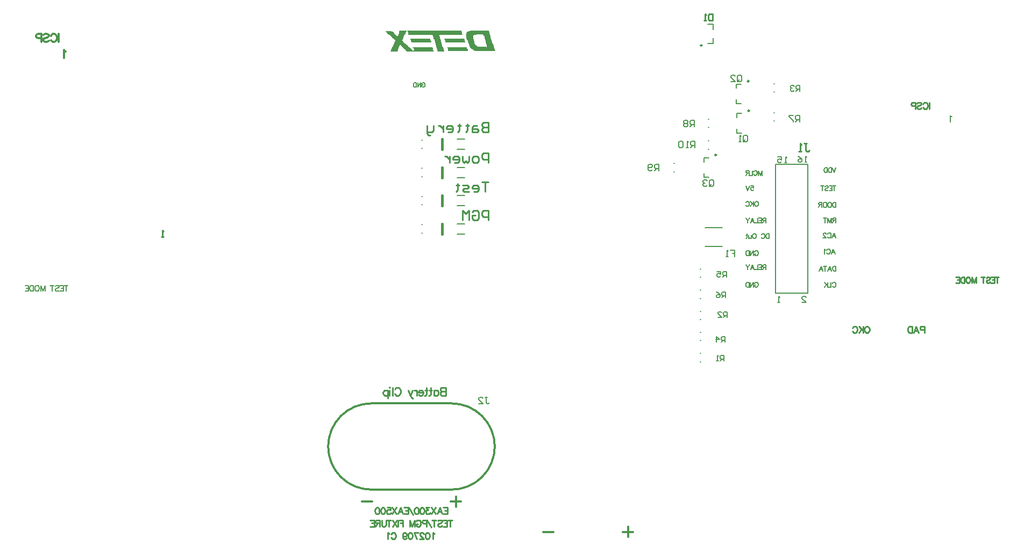
<source format=gbo>
G04 Layer_Color=32896*
%FSLAX24Y24*%
%MOIN*%
G70*
G01*
G75*
%ADD16C,0.0120*%
%ADD19C,0.0100*%
%ADD41C,0.0098*%
%ADD43C,0.0079*%
%ADD44C,0.0080*%
%ADD45C,0.0059*%
%ADD46C,0.0070*%
%ADD69C,0.0157*%
G36*
X-2319Y31773D02*
Y31735D01*
X-2280D01*
Y31696D01*
Y31658D01*
Y31620D01*
Y31582D01*
X-2242D01*
Y31543D01*
X-3697D01*
Y31505D01*
Y31467D01*
Y31428D01*
X-3658D01*
Y31390D01*
Y31352D01*
Y31314D01*
X-3620D01*
Y31275D01*
Y31237D01*
Y31199D01*
X-3582D01*
Y31161D01*
Y31122D01*
Y31084D01*
X-3543D01*
Y31046D01*
Y31007D01*
Y30969D01*
Y30931D01*
X-3505D01*
Y30893D01*
Y30854D01*
Y30816D01*
X-3467D01*
Y30778D01*
Y30739D01*
Y30701D01*
X-3429D01*
Y30663D01*
Y30625D01*
Y30586D01*
X-3390D01*
Y30548D01*
Y30510D01*
X-3773D01*
Y30548D01*
X-3811D01*
Y30586D01*
Y30625D01*
Y30663D01*
X-3850D01*
Y30701D01*
Y30739D01*
Y30778D01*
X-3888D01*
Y30816D01*
Y30854D01*
Y30893D01*
X-3926D01*
Y30931D01*
Y30969D01*
Y31007D01*
Y31046D01*
X-3964D01*
Y31084D01*
Y31122D01*
Y31161D01*
X-4003D01*
Y31199D01*
Y31237D01*
Y31275D01*
X-4041D01*
Y31314D01*
Y31352D01*
Y31390D01*
X-4079D01*
Y31428D01*
Y31467D01*
Y31505D01*
X-4118D01*
Y31543D01*
X-5610D01*
Y31582D01*
Y31620D01*
Y31658D01*
Y31696D01*
X-5649D01*
Y31735D01*
Y31773D01*
X-5687D01*
Y31811D01*
X-2319D01*
Y31773D01*
D02*
G37*
G36*
X-634D02*
Y31735D01*
X-596D01*
Y31696D01*
Y31658D01*
Y31620D01*
X-558D01*
Y31582D01*
Y31543D01*
Y31505D01*
X-520D01*
Y31467D01*
Y31428D01*
Y31390D01*
Y31352D01*
X-481D01*
Y31314D01*
Y31275D01*
Y31237D01*
X-443D01*
Y31199D01*
Y31161D01*
Y31122D01*
X-405D01*
Y31084D01*
Y31046D01*
Y31007D01*
X-366D01*
Y30969D01*
Y30931D01*
Y30893D01*
X-328D01*
Y30854D01*
Y30816D01*
Y30778D01*
X-290D01*
Y30739D01*
Y30701D01*
Y30663D01*
X-252D01*
Y30625D01*
Y30586D01*
X-213D01*
Y30548D01*
X-1476D01*
Y30586D01*
X-1591D01*
Y30625D01*
X-1668D01*
Y30663D01*
X-1706D01*
Y30701D01*
X-1744D01*
Y30739D01*
X-1783D01*
Y30778D01*
Y30816D01*
X-1821D01*
Y30854D01*
Y30893D01*
X-1859D01*
Y30931D01*
Y30969D01*
Y31007D01*
X-1898D01*
Y31046D01*
Y31084D01*
X-1936D01*
Y31122D01*
Y31161D01*
Y31199D01*
X-1974D01*
Y31237D01*
Y31275D01*
Y31314D01*
X-2012D01*
Y31352D01*
Y31390D01*
Y31428D01*
Y31467D01*
Y31505D01*
X-2051D01*
Y31543D01*
X-2012D01*
Y31582D01*
Y31620D01*
Y31658D01*
X-1974D01*
Y31696D01*
Y31735D01*
X-1898D01*
Y31773D01*
X-1783D01*
Y31811D01*
X-634D01*
Y31773D01*
D02*
G37*
G36*
X-1974Y30739D02*
Y30701D01*
Y30663D01*
X-1936D01*
Y30625D01*
Y30586D01*
Y30548D01*
X-3161D01*
Y30586D01*
Y30625D01*
Y30663D01*
Y30701D01*
X-3199D01*
Y30739D01*
Y30778D01*
X-1974D01*
Y30739D01*
D02*
G37*
G36*
X-5725Y31773D02*
Y31735D01*
X-5763D01*
Y31696D01*
Y31658D01*
X-5802D01*
Y31620D01*
Y31582D01*
X-5840D01*
Y31543D01*
Y31505D01*
X-5878D01*
Y31467D01*
Y31428D01*
X-5917D01*
Y31390D01*
Y31352D01*
Y31314D01*
X-5955D01*
Y31275D01*
Y31237D01*
X-5993D01*
Y31199D01*
Y31161D01*
X-5955D01*
Y31122D01*
X-5917D01*
Y31084D01*
X-5878D01*
Y31046D01*
X-5840D01*
Y31007D01*
X-5802D01*
Y30969D01*
X-5763D01*
Y30931D01*
X-5725D01*
Y30893D01*
X-5649D01*
Y30854D01*
X-5610D01*
Y30816D01*
X-5572D01*
Y30778D01*
X-5534D01*
Y30739D01*
X-5495D01*
Y30701D01*
X-5457D01*
Y30663D01*
X-5419D01*
Y30625D01*
X-5381D01*
Y30586D01*
X-5304D01*
Y30548D01*
X-5266D01*
Y30586D01*
Y30625D01*
Y30663D01*
X-5304D01*
Y30701D01*
Y30739D01*
X-5342D01*
Y30778D01*
X-4118D01*
Y30739D01*
X-4079D01*
Y30701D01*
Y30663D01*
Y30625D01*
Y30586D01*
X-4039D01*
X-4019Y30510D01*
X-5725D01*
Y30548D01*
X-5763D01*
Y30586D01*
X-5802D01*
Y30625D01*
X-5840D01*
Y30663D01*
X-5878D01*
Y30701D01*
X-5917D01*
Y30739D01*
X-5955D01*
Y30778D01*
X-5993D01*
Y30816D01*
X-6031D01*
Y30854D01*
X-6070D01*
Y30893D01*
X-6146D01*
Y30854D01*
X-6184D01*
Y30816D01*
Y30778D01*
X-6223D01*
Y30739D01*
Y30701D01*
Y30663D01*
X-6261D01*
Y30625D01*
Y30586D01*
Y30548D01*
X-6299D01*
Y30510D01*
X-6720D01*
Y30548D01*
X-6682D01*
Y30586D01*
Y30625D01*
X-6644D01*
Y30663D01*
Y30701D01*
X-6606D01*
Y30739D01*
Y30778D01*
Y30816D01*
X-6567D01*
Y30854D01*
Y30893D01*
X-6529D01*
Y30931D01*
Y30969D01*
X-6491D01*
Y31007D01*
Y31046D01*
Y31084D01*
X-6452D01*
Y31122D01*
X-6414D01*
Y31161D01*
Y31199D01*
Y31237D01*
X-6491D01*
Y31275D01*
X-6529D01*
Y31314D01*
X-6567D01*
Y31352D01*
X-6606D01*
Y31390D01*
X-6644D01*
Y31428D01*
X-6682D01*
Y31467D01*
X-6720D01*
Y31505D01*
X-6759D01*
Y31543D01*
X-6835D01*
Y31582D01*
X-6873D01*
Y31620D01*
X-6912D01*
Y31658D01*
X-6950D01*
Y31696D01*
X-6988D01*
Y31735D01*
X-7027D01*
Y31773D01*
X-6644D01*
Y31735D01*
X-6567D01*
Y31696D01*
X-6529D01*
Y31658D01*
X-6491D01*
Y31620D01*
X-6452D01*
Y31582D01*
X-6414D01*
Y31543D01*
X-6376D01*
Y31505D01*
X-6338D01*
Y31467D01*
X-6261D01*
Y31505D01*
X-6223D01*
Y31543D01*
Y31582D01*
Y31620D01*
X-6184D01*
Y31658D01*
Y31696D01*
Y31735D01*
Y31773D01*
X-6146D01*
Y31811D01*
X-5725D01*
Y31773D01*
D02*
G37*
G36*
X-2165Y31275D02*
X-2127D01*
Y31237D01*
Y31199D01*
Y31161D01*
Y31122D01*
X-2089D01*
Y31084D01*
X-3314D01*
Y31122D01*
Y31161D01*
Y31199D01*
X-3352D01*
Y31237D01*
Y31275D01*
X-3390D01*
Y31314D01*
X-2165D01*
Y31275D01*
D02*
G37*
G36*
X-4259Y31199D02*
X-4232D01*
Y31161D01*
Y31122D01*
X-4194D01*
Y31084D01*
X-5419D01*
Y31122D01*
X-5457D01*
Y31161D01*
Y31199D01*
Y31237D01*
X-5495D01*
Y31275D01*
Y31314D01*
X-4259D01*
Y31199D01*
D02*
G37*
%LPC*%
G36*
X-979Y31582D02*
X-1400D01*
Y31543D01*
X-1553D01*
Y31505D01*
X-1591D01*
Y31467D01*
Y31428D01*
Y31390D01*
Y31352D01*
Y31314D01*
Y31275D01*
X-1553D01*
Y31237D01*
Y31199D01*
Y31161D01*
X-1515D01*
Y31122D01*
Y31084D01*
Y31046D01*
Y31007D01*
X-1476D01*
Y30969D01*
Y30931D01*
X-1438D01*
Y30893D01*
X-1400D01*
Y30854D01*
X-1323D01*
Y30816D01*
X-787D01*
Y30778D01*
X-749D01*
Y30816D01*
Y30854D01*
Y30893D01*
Y30931D01*
X-787D01*
Y30969D01*
Y31007D01*
Y31046D01*
X-826D01*
Y31084D01*
Y31122D01*
Y31161D01*
Y31199D01*
X-864D01*
Y31237D01*
Y31275D01*
Y31314D01*
X-902D01*
Y31352D01*
Y31390D01*
Y31428D01*
Y31467D01*
X-941D01*
Y31505D01*
Y31543D01*
X-979D01*
Y31582D01*
D02*
G37*
%LPD*%
D16*
X-2949Y3310D02*
G03*
X-2949Y8660I17J2675D01*
G01*
X-7899D02*
G03*
X-7899Y3310I-7J-2675D01*
G01*
X-2949D01*
X-7899Y8660D02*
X-2949D01*
X-26849Y30505D02*
X-26897Y30528D01*
X-26968Y30600D01*
Y30100D01*
X-27299Y31600D02*
Y31100D01*
X-27761Y31481D02*
X-27737Y31528D01*
X-27690Y31576D01*
X-27642Y31600D01*
X-27547D01*
X-27499Y31576D01*
X-27452Y31528D01*
X-27428Y31481D01*
X-27404Y31409D01*
Y31290D01*
X-27428Y31219D01*
X-27452Y31171D01*
X-27499Y31124D01*
X-27547Y31100D01*
X-27642D01*
X-27690Y31124D01*
X-27737Y31171D01*
X-27761Y31219D01*
X-28235Y31528D02*
X-28187Y31576D01*
X-28116Y31600D01*
X-28020D01*
X-27949Y31576D01*
X-27901Y31528D01*
Y31481D01*
X-27925Y31433D01*
X-27949Y31409D01*
X-27997Y31386D01*
X-28140Y31338D01*
X-28187Y31314D01*
X-28211Y31290D01*
X-28235Y31243D01*
Y31171D01*
X-28187Y31124D01*
X-28116Y31100D01*
X-28020D01*
X-27949Y31124D01*
X-27901Y31171D01*
X-28347Y31338D02*
X-28561D01*
X-28632Y31362D01*
X-28656Y31386D01*
X-28680Y31433D01*
Y31505D01*
X-28656Y31552D01*
X-28632Y31576D01*
X-28561Y31600D01*
X-28347D01*
Y31100D01*
X-2661Y2883D02*
Y2240D01*
X-2339Y2561D02*
X-2982D01*
X-7859Y2581D02*
X-8502D01*
X8004Y362D02*
Y1004D01*
X8325Y683D02*
X7683D01*
X3375D02*
X2733D01*
D19*
X-3447Y2194D02*
X-3200D01*
Y1794D01*
X-3447D01*
X-3200Y2004D02*
X-3352D01*
X-3819Y1794D02*
X-3666Y2194D01*
X-3514Y1794D01*
X-3571Y1927D02*
X-3762D01*
X-3912Y2194D02*
X-4179Y1794D01*
Y2194D02*
X-3912Y1794D01*
X-4306Y2194D02*
X-4516D01*
X-4401Y2042D01*
X-4459D01*
X-4497Y2023D01*
X-4516Y2004D01*
X-4535Y1946D01*
Y1908D01*
X-4516Y1851D01*
X-4478Y1813D01*
X-4420Y1794D01*
X-4363D01*
X-4306Y1813D01*
X-4287Y1832D01*
X-4268Y1870D01*
X-4739Y2194D02*
X-4681Y2175D01*
X-4643Y2118D01*
X-4624Y2023D01*
Y1965D01*
X-4643Y1870D01*
X-4681Y1813D01*
X-4739Y1794D01*
X-4777D01*
X-4834Y1813D01*
X-4872Y1870D01*
X-4891Y1965D01*
Y2023D01*
X-4872Y2118D01*
X-4834Y2175D01*
X-4777Y2194D01*
X-4739D01*
X-5095D02*
X-5037Y2175D01*
X-4999Y2118D01*
X-4980Y2023D01*
Y1965D01*
X-4999Y1870D01*
X-5037Y1813D01*
X-5095Y1794D01*
X-5133D01*
X-5190Y1813D01*
X-5228Y1870D01*
X-5247Y1965D01*
Y2023D01*
X-5228Y2118D01*
X-5190Y2175D01*
X-5133Y2194D01*
X-5095D01*
X-5336Y1737D02*
X-5603Y2194D01*
X-5877D02*
X-5630D01*
Y1794D01*
X-5877D01*
X-5630Y2004D02*
X-5782D01*
X-6249Y1794D02*
X-6096Y2194D01*
X-5944Y1794D01*
X-6001Y1927D02*
X-6192D01*
X-6342Y2194D02*
X-6609Y1794D01*
Y2194D02*
X-6342Y1794D01*
X-6927Y2194D02*
X-6736D01*
X-6717Y2023D01*
X-6736Y2042D01*
X-6793Y2061D01*
X-6850D01*
X-6908Y2042D01*
X-6946Y2004D01*
X-6965Y1946D01*
Y1908D01*
X-6946Y1851D01*
X-6908Y1813D01*
X-6850Y1794D01*
X-6793D01*
X-6736Y1813D01*
X-6717Y1832D01*
X-6698Y1870D01*
X-7168Y2194D02*
X-7111Y2175D01*
X-7073Y2118D01*
X-7054Y2023D01*
Y1965D01*
X-7073Y1870D01*
X-7111Y1813D01*
X-7168Y1794D01*
X-7207D01*
X-7264Y1813D01*
X-7302Y1870D01*
X-7321Y1965D01*
Y2023D01*
X-7302Y2118D01*
X-7264Y2175D01*
X-7207Y2194D01*
X-7168D01*
X-7525D02*
X-7467Y2175D01*
X-7429Y2118D01*
X-7410Y2023D01*
Y1965D01*
X-7429Y1870D01*
X-7467Y1813D01*
X-7525Y1794D01*
X-7563D01*
X-7620Y1813D01*
X-7658Y1870D01*
X-7677Y1965D01*
Y2023D01*
X-7658Y2118D01*
X-7620Y2175D01*
X-7563Y2194D01*
X-7525D01*
X-3028Y1417D02*
Y1017D01*
X-2895Y1417D02*
X-3162D01*
X-3457D02*
X-3209D01*
Y1017D01*
X-3457D01*
X-3209Y1227D02*
X-3362D01*
X-3790Y1360D02*
X-3752Y1398D01*
X-3695Y1417D01*
X-3619D01*
X-3562Y1398D01*
X-3524Y1360D01*
Y1322D01*
X-3543Y1284D01*
X-3562Y1265D01*
X-3600Y1246D01*
X-3714Y1207D01*
X-3752Y1188D01*
X-3771Y1169D01*
X-3790Y1131D01*
Y1074D01*
X-3752Y1036D01*
X-3695Y1017D01*
X-3619D01*
X-3562Y1036D01*
X-3524Y1074D01*
X-4013Y1417D02*
Y1017D01*
X-3880Y1417D02*
X-4146D01*
X-4194Y960D02*
X-4460Y1417D01*
X-4487Y1207D02*
X-4659D01*
X-4716Y1227D01*
X-4735Y1246D01*
X-4754Y1284D01*
Y1341D01*
X-4735Y1379D01*
X-4716Y1398D01*
X-4659Y1417D01*
X-4487D01*
Y1017D01*
X-5129Y1322D02*
X-5110Y1360D01*
X-5072Y1398D01*
X-5034Y1417D01*
X-4958D01*
X-4919Y1398D01*
X-4881Y1360D01*
X-4862Y1322D01*
X-4843Y1265D01*
Y1169D01*
X-4862Y1112D01*
X-4881Y1074D01*
X-4919Y1036D01*
X-4958Y1017D01*
X-5034D01*
X-5072Y1036D01*
X-5110Y1074D01*
X-5129Y1112D01*
Y1169D01*
X-5034D02*
X-5129D01*
X-5220Y1417D02*
Y1017D01*
Y1417D02*
X-5373Y1017D01*
X-5525Y1417D02*
X-5373Y1017D01*
X-5525Y1417D02*
Y1017D01*
X-5953Y1417D02*
Y1017D01*
Y1417D02*
X-6201D01*
X-5953Y1227D02*
X-6106D01*
X-6247Y1417D02*
Y1017D01*
X-6331Y1417D02*
X-6597Y1017D01*
Y1417D02*
X-6331Y1017D01*
X-6820Y1417D02*
Y1017D01*
X-6687Y1417D02*
X-6953D01*
X-7001D02*
Y1131D01*
X-7020Y1074D01*
X-7058Y1036D01*
X-7115Y1017D01*
X-7153D01*
X-7210Y1036D01*
X-7248Y1074D01*
X-7267Y1131D01*
Y1417D01*
X-7378D02*
Y1017D01*
Y1417D02*
X-7549D01*
X-7606Y1398D01*
X-7626Y1379D01*
X-7645Y1341D01*
Y1303D01*
X-7626Y1265D01*
X-7606Y1246D01*
X-7549Y1227D01*
X-7378D01*
X-7511D02*
X-7645Y1017D01*
X-7982Y1417D02*
X-7734D01*
Y1017D01*
X-7982D01*
X-7734Y1227D02*
X-7886D01*
X-3998Y564D02*
X-4036Y583D01*
X-4093Y640D01*
Y240D01*
X-4405Y640D02*
X-4348Y621D01*
X-4310Y564D01*
X-4291Y469D01*
Y411D01*
X-4310Y316D01*
X-4348Y259D01*
X-4405Y240D01*
X-4443D01*
X-4500Y259D01*
X-4539Y316D01*
X-4558Y411D01*
Y469D01*
X-4539Y564D01*
X-4500Y621D01*
X-4443Y640D01*
X-4405D01*
X-4666Y545D02*
Y564D01*
X-4685Y602D01*
X-4704Y621D01*
X-4742Y640D01*
X-4818D01*
X-4857Y621D01*
X-4876Y602D01*
X-4895Y564D01*
Y526D01*
X-4876Y488D01*
X-4838Y430D01*
X-4647Y240D01*
X-4914D01*
X-5270Y640D02*
X-5079Y240D01*
X-5003Y640D02*
X-5270D01*
X-5474D02*
X-5416Y621D01*
X-5378Y564D01*
X-5359Y469D01*
Y411D01*
X-5378Y316D01*
X-5416Y259D01*
X-5474Y240D01*
X-5512D01*
X-5569Y259D01*
X-5607Y316D01*
X-5626Y411D01*
Y469D01*
X-5607Y564D01*
X-5569Y621D01*
X-5512Y640D01*
X-5474D01*
X-5963Y507D02*
X-5944Y449D01*
X-5906Y411D01*
X-5849Y392D01*
X-5830D01*
X-5773Y411D01*
X-5734Y449D01*
X-5715Y507D01*
Y526D01*
X-5734Y583D01*
X-5773Y621D01*
X-5830Y640D01*
X-5849D01*
X-5906Y621D01*
X-5944Y583D01*
X-5963Y507D01*
Y411D01*
X-5944Y316D01*
X-5906Y259D01*
X-5849Y240D01*
X-5811D01*
X-5754Y259D01*
X-5734Y297D01*
X-6671Y545D02*
X-6652Y583D01*
X-6614Y621D01*
X-6576Y640D01*
X-6500D01*
X-6462Y621D01*
X-6424Y583D01*
X-6405Y545D01*
X-6386Y488D01*
Y392D01*
X-6405Y335D01*
X-6424Y297D01*
X-6462Y259D01*
X-6500Y240D01*
X-6576D01*
X-6614Y259D01*
X-6652Y297D01*
X-6671Y335D01*
X-6784Y564D02*
X-6822Y583D01*
X-6879Y640D01*
Y240D01*
X18918Y24800D02*
X19084D01*
X19001D01*
Y24383D01*
X19084Y24300D01*
X19167D01*
X19251Y24383D01*
X18751Y24300D02*
X18584D01*
X18668D01*
Y24800D01*
X18751Y24717D01*
X13251Y32850D02*
Y32450D01*
X13051D01*
X12984Y32517D01*
Y32783D01*
X13051Y32850D01*
X13251D01*
X12851Y32450D02*
X12718D01*
X12784D01*
Y32850D01*
X12851Y32783D01*
X-650Y26101D02*
Y25501D01*
X-950D01*
X-1050Y25601D01*
Y25701D01*
X-950Y25801D01*
X-650D01*
X-950D01*
X-1050Y25901D01*
Y26001D01*
X-950Y26101D01*
X-650D01*
X-1350Y25901D02*
X-1550D01*
X-1650Y25801D01*
Y25501D01*
X-1350D01*
X-1250Y25601D01*
X-1350Y25701D01*
X-1650D01*
X-1950Y26001D02*
Y25901D01*
X-1850D01*
X-2050D01*
X-1950D01*
Y25601D01*
X-2050Y25501D01*
X-2449Y26001D02*
Y25901D01*
X-2349D01*
X-2549D01*
X-2449D01*
Y25601D01*
X-2549Y25501D01*
X-3149D02*
X-2949D01*
X-2849Y25601D01*
Y25801D01*
X-2949Y25901D01*
X-3149D01*
X-3249Y25801D01*
Y25701D01*
X-2849D01*
X-3449Y25901D02*
Y25501D01*
Y25701D01*
X-3549Y25801D01*
X-3649Y25901D01*
X-3749D01*
X-4049D02*
Y25601D01*
X-4149Y25501D01*
X-4449D01*
Y25401D01*
X-4349Y25301D01*
X-4249D01*
X-4449Y25501D02*
Y25901D01*
X-650Y23600D02*
Y24200D01*
X-950D01*
X-1050Y24100D01*
Y23900D01*
X-950Y23800D01*
X-650D01*
X-1350Y23600D02*
X-1550D01*
X-1650Y23700D01*
Y23900D01*
X-1550Y24000D01*
X-1350D01*
X-1250Y23900D01*
Y23700D01*
X-1350Y23600D01*
X-1850Y24000D02*
Y23700D01*
X-1950Y23600D01*
X-2050Y23700D01*
X-2150Y23600D01*
X-2249Y23700D01*
Y24000D01*
X-2749Y23600D02*
X-2549D01*
X-2449Y23700D01*
Y23900D01*
X-2549Y24000D01*
X-2749D01*
X-2849Y23900D01*
Y23800D01*
X-2449D01*
X-3049Y24000D02*
Y23600D01*
Y23800D01*
X-3149Y23900D01*
X-3249Y24000D01*
X-3349D01*
X-650Y22400D02*
X-1050D01*
X-850D01*
Y21800D01*
X-1550D02*
X-1350D01*
X-1250Y21900D01*
Y22100D01*
X-1350Y22200D01*
X-1550D01*
X-1650Y22100D01*
Y22000D01*
X-1250D01*
X-1850Y21800D02*
X-2150D01*
X-2249Y21900D01*
X-2150Y22000D01*
X-1950D01*
X-1850Y22100D01*
X-1950Y22200D01*
X-2249D01*
X-2549Y22300D02*
Y22200D01*
X-2449D01*
X-2649D01*
X-2549D01*
Y21900D01*
X-2649Y21800D01*
X-650Y20050D02*
Y20650D01*
X-950D01*
X-1050Y20550D01*
Y20350D01*
X-950Y20250D01*
X-650D01*
X-1650Y20550D02*
X-1550Y20650D01*
X-1350D01*
X-1250Y20550D01*
Y20150D01*
X-1350Y20050D01*
X-1550D01*
X-1650Y20150D01*
Y20350D01*
X-1450D01*
X-1850Y20050D02*
Y20650D01*
X-2050Y20450D01*
X-2249Y20650D01*
Y20050D01*
X-20799Y19000D02*
X-20933D01*
X-20866D01*
Y19400D01*
X-20799Y19333D01*
X-3299Y9650D02*
Y9150D01*
Y9650D02*
X-3513D01*
X-3585Y9626D01*
X-3609Y9602D01*
X-3632Y9555D01*
Y9507D01*
X-3609Y9459D01*
X-3585Y9436D01*
X-3513Y9412D01*
X-3299D02*
X-3513D01*
X-3585Y9388D01*
X-3609Y9364D01*
X-3632Y9317D01*
Y9245D01*
X-3609Y9198D01*
X-3585Y9174D01*
X-3513Y9150D01*
X-3299D01*
X-4030Y9483D02*
Y9150D01*
Y9412D02*
X-3982Y9459D01*
X-3935Y9483D01*
X-3863D01*
X-3816Y9459D01*
X-3768Y9412D01*
X-3744Y9340D01*
Y9293D01*
X-3768Y9221D01*
X-3816Y9174D01*
X-3863Y9150D01*
X-3935D01*
X-3982Y9174D01*
X-4030Y9221D01*
X-4235Y9650D02*
Y9245D01*
X-4259Y9174D01*
X-4306Y9150D01*
X-4354D01*
X-4163Y9483D02*
X-4330D01*
X-4497Y9650D02*
Y9245D01*
X-4520Y9174D01*
X-4568Y9150D01*
X-4616D01*
X-4425Y9483D02*
X-4592D01*
X-4687Y9340D02*
X-4973D01*
Y9388D01*
X-4949Y9436D01*
X-4925Y9459D01*
X-4877Y9483D01*
X-4806D01*
X-4758Y9459D01*
X-4711Y9412D01*
X-4687Y9340D01*
Y9293D01*
X-4711Y9221D01*
X-4758Y9174D01*
X-4806Y9150D01*
X-4877D01*
X-4925Y9174D01*
X-4973Y9221D01*
X-5080Y9483D02*
Y9150D01*
Y9340D02*
X-5104Y9412D01*
X-5151Y9459D01*
X-5199Y9483D01*
X-5270D01*
X-5339D02*
X-5482Y9150D01*
X-5625Y9483D02*
X-5482Y9150D01*
X-5434Y9055D01*
X-5387Y9007D01*
X-5339Y8983D01*
X-5315D01*
X-6458Y9531D02*
X-6434Y9578D01*
X-6387Y9626D01*
X-6339Y9650D01*
X-6244D01*
X-6196Y9626D01*
X-6149Y9578D01*
X-6125Y9531D01*
X-6101Y9459D01*
Y9340D01*
X-6125Y9269D01*
X-6149Y9221D01*
X-6196Y9174D01*
X-6244Y9150D01*
X-6339D01*
X-6387Y9174D01*
X-6434Y9221D01*
X-6458Y9269D01*
X-6599Y9650D02*
Y9150D01*
X-6751Y9650D02*
X-6775Y9626D01*
X-6798Y9650D01*
X-6775Y9674D01*
X-6751Y9650D01*
X-6775Y9483D02*
Y9150D01*
X-6887Y9483D02*
Y8983D01*
Y9412D02*
X-6934Y9459D01*
X-6982Y9483D01*
X-7053D01*
X-7101Y9459D01*
X-7148Y9412D01*
X-7172Y9340D01*
Y9293D01*
X-7148Y9221D01*
X-7101Y9174D01*
X-7053Y9150D01*
X-6982D01*
X-6934Y9174D01*
X-6887Y9221D01*
X26363Y13235D02*
X26191D01*
X26134Y13254D01*
X26115Y13273D01*
X26096Y13311D01*
Y13369D01*
X26115Y13407D01*
X26134Y13426D01*
X26191Y13445D01*
X26363D01*
Y13045D01*
X25702D02*
X25854Y13445D01*
X26007Y13045D01*
X25949Y13178D02*
X25759D01*
X25609Y13445D02*
Y13045D01*
Y13445D02*
X25475D01*
X25418Y13426D01*
X25380Y13388D01*
X25361Y13349D01*
X25342Y13292D01*
Y13197D01*
X25361Y13140D01*
X25380Y13102D01*
X25418Y13064D01*
X25475Y13045D01*
X25609D01*
X22848Y13445D02*
X22887Y13426D01*
X22925Y13388D01*
X22944Y13349D01*
X22963Y13292D01*
Y13197D01*
X22944Y13140D01*
X22925Y13102D01*
X22887Y13064D01*
X22848Y13045D01*
X22772D01*
X22734Y13064D01*
X22696Y13102D01*
X22677Y13140D01*
X22658Y13197D01*
Y13292D01*
X22677Y13349D01*
X22696Y13388D01*
X22734Y13426D01*
X22772Y13445D01*
X22848D01*
X22565D02*
Y13045D01*
X22298Y13445D02*
X22565Y13178D01*
X22469Y13273D02*
X22298Y13045D01*
X21923Y13349D02*
X21942Y13388D01*
X21980Y13426D01*
X22018Y13445D01*
X22094D01*
X22132Y13426D01*
X22170Y13388D01*
X22190Y13349D01*
X22209Y13292D01*
Y13197D01*
X22190Y13140D01*
X22170Y13102D01*
X22132Y13064D01*
X22094Y13045D01*
X22018D01*
X21980Y13064D01*
X21942Y13102D01*
X21923Y13140D01*
X26663Y27345D02*
Y26945D01*
X26293Y27250D02*
X26312Y27288D01*
X26350Y27326D01*
X26388Y27345D01*
X26465D01*
X26503Y27326D01*
X26541Y27288D01*
X26560Y27250D01*
X26579Y27192D01*
Y27097D01*
X26560Y27040D01*
X26541Y27002D01*
X26503Y26964D01*
X26465Y26945D01*
X26388D01*
X26350Y26964D01*
X26312Y27002D01*
X26293Y27040D01*
X25914Y27288D02*
X25952Y27326D01*
X26009Y27345D01*
X26086D01*
X26143Y27326D01*
X26181Y27288D01*
Y27250D01*
X26162Y27211D01*
X26143Y27192D01*
X26105Y27173D01*
X25990Y27135D01*
X25952Y27116D01*
X25933Y27097D01*
X25914Y27059D01*
Y27002D01*
X25952Y26964D01*
X26009Y26945D01*
X26086D01*
X26143Y26964D01*
X26181Y27002D01*
X25825Y27135D02*
X25653D01*
X25596Y27154D01*
X25577Y27173D01*
X25558Y27211D01*
Y27269D01*
X25577Y27307D01*
X25596Y27326D01*
X25653Y27345D01*
X25825D01*
Y26945D01*
X30866Y16490D02*
Y16140D01*
X30983Y16490D02*
X30749D01*
X30491D02*
X30708D01*
Y16140D01*
X30491D01*
X30708Y16323D02*
X30574D01*
X30200Y16440D02*
X30233Y16473D01*
X30283Y16490D01*
X30349D01*
X30399Y16473D01*
X30433Y16440D01*
Y16406D01*
X30416Y16373D01*
X30399Y16356D01*
X30366Y16340D01*
X30266Y16306D01*
X30233Y16290D01*
X30216Y16273D01*
X30200Y16240D01*
Y16190D01*
X30233Y16156D01*
X30283Y16140D01*
X30349D01*
X30399Y16156D01*
X30433Y16190D01*
X30005Y16490D02*
Y16140D01*
X30121Y16490D02*
X29888D01*
X29571D02*
Y16140D01*
Y16490D02*
X29438Y16140D01*
X29305Y16490D02*
X29438Y16140D01*
X29305Y16490D02*
Y16140D01*
X29105Y16490D02*
X29138Y16473D01*
X29171Y16440D01*
X29188Y16406D01*
X29205Y16356D01*
Y16273D01*
X29188Y16223D01*
X29171Y16190D01*
X29138Y16156D01*
X29105Y16140D01*
X29038D01*
X29005Y16156D01*
X28971Y16190D01*
X28955Y16223D01*
X28938Y16273D01*
Y16356D01*
X28955Y16406D01*
X28971Y16440D01*
X29005Y16473D01*
X29038Y16490D01*
X29105D01*
X28856D02*
Y16140D01*
Y16490D02*
X28740D01*
X28690Y16473D01*
X28657Y16440D01*
X28640Y16406D01*
X28623Y16356D01*
Y16273D01*
X28640Y16223D01*
X28657Y16190D01*
X28690Y16156D01*
X28740Y16140D01*
X28856D01*
X28328Y16490D02*
X28545D01*
Y16140D01*
X28328D01*
X28545Y16323D02*
X28412D01*
D41*
X13483Y24087D02*
G03*
X13483Y24087I-49J0D01*
G01*
X15500Y28663D02*
G03*
X15500Y28663I-49J0D01*
G01*
X15533Y26837D02*
G03*
X15533Y26837I-49J0D01*
G01*
X12587Y30891D02*
G03*
X12587Y30891I-49J0D01*
G01*
D43*
X-4782Y19244D02*
X-4743D01*
X-4782Y19756D02*
X-4743D01*
X-4782Y20994D02*
X-4743D01*
X-4782Y21506D02*
X-4743D01*
X-4782Y22744D02*
X-4743D01*
X-4782Y23256D02*
X-4743D01*
X-4782Y24494D02*
X-4743D01*
X-4782Y25006D02*
X-4743D01*
X-2587Y19815D02*
X-2112D01*
X-2587Y19185D02*
X-2112D01*
X-2587Y21565D02*
X-2112D01*
X-2587Y20935D02*
X-2112D01*
X-2587Y23315D02*
X-2112D01*
X-2587Y22685D02*
X-2112D01*
X-2587Y25065D02*
X-2112D01*
X-2587Y24435D02*
X-2112D01*
X12981Y24444D02*
X13020D01*
X12981Y24956D02*
X13020D01*
X10831Y23044D02*
X10870D01*
X10831Y23556D02*
X10870D01*
X12981Y25794D02*
X13020D01*
X12981Y26306D02*
X13020D01*
X17031Y26194D02*
X17070D01*
X17031Y26706D02*
X17070D01*
X12706Y22690D02*
Y22946D01*
Y22690D02*
X13006D01*
X12706Y23654D02*
Y23910D01*
X13006D01*
X14722Y27266D02*
Y27522D01*
Y27266D02*
X15023D01*
X14722Y28230D02*
Y28486D01*
X15023D01*
X14756Y25440D02*
Y25696D01*
Y25440D02*
X15056D01*
X14756Y26404D02*
Y26660D01*
X15056D01*
X12769Y19581D02*
X13832D01*
X12769Y18419D02*
X13832D01*
X12481Y17006D02*
X12520D01*
X12481Y16494D02*
X12520D01*
X12481Y13068D02*
X12520D01*
X12481Y12557D02*
X12520D01*
X17031Y27994D02*
X17070D01*
X17031Y28506D02*
X17070D01*
X12481Y14381D02*
X12520D01*
X12481Y13869D02*
X12520D01*
X19151Y15500D02*
Y23500D01*
X17151Y15500D02*
Y23500D01*
Y15500D02*
X19151D01*
X17151Y23500D02*
X19151D01*
X12481Y11756D02*
X12520D01*
X12481Y11244D02*
X12520D01*
X13276Y31876D02*
Y32191D01*
X12961D02*
X13276D01*
Y31009D02*
Y31324D01*
X12961Y31009D02*
X13276D01*
X12481Y15182D02*
X12520D01*
X12481Y15693D02*
X12520D01*
X-26833Y15986D02*
Y15636D01*
X-26716Y15986D02*
X-26949D01*
X-27208D02*
X-26991D01*
Y15636D01*
X-27208D01*
X-26991Y15820D02*
X-27124D01*
X-27499Y15936D02*
X-27466Y15970D01*
X-27416Y15986D01*
X-27349D01*
X-27299Y15970D01*
X-27266Y15936D01*
Y15903D01*
X-27283Y15870D01*
X-27299Y15853D01*
X-27333Y15836D01*
X-27433Y15803D01*
X-27466Y15786D01*
X-27483Y15770D01*
X-27499Y15736D01*
Y15686D01*
X-27466Y15653D01*
X-27416Y15636D01*
X-27349D01*
X-27299Y15653D01*
X-27266Y15686D01*
X-27694Y15986D02*
Y15636D01*
X-27578Y15986D02*
X-27811D01*
X-28127D02*
Y15636D01*
Y15986D02*
X-28261Y15636D01*
X-28394Y15986D02*
X-28261Y15636D01*
X-28394Y15986D02*
Y15636D01*
X-28594Y15986D02*
X-28561Y15970D01*
X-28527Y15936D01*
X-28511Y15903D01*
X-28494Y15853D01*
Y15770D01*
X-28511Y15720D01*
X-28527Y15686D01*
X-28561Y15653D01*
X-28594Y15636D01*
X-28661D01*
X-28694Y15653D01*
X-28727Y15686D01*
X-28744Y15720D01*
X-28761Y15770D01*
Y15853D01*
X-28744Y15903D01*
X-28727Y15936D01*
X-28694Y15970D01*
X-28661Y15986D01*
X-28594D01*
X-28842D02*
Y15636D01*
Y15986D02*
X-28959D01*
X-29009Y15970D01*
X-29042Y15936D01*
X-29059Y15903D01*
X-29076Y15853D01*
Y15770D01*
X-29059Y15720D01*
X-29042Y15686D01*
X-29009Y15653D01*
X-28959Y15636D01*
X-28842D01*
X-29370Y15986D02*
X-29154D01*
Y15636D01*
X-29370D01*
X-29154Y15820D02*
X-29287D01*
X28063Y26463D02*
X28025Y26482D01*
X27969Y26538D01*
Y26145D01*
D44*
X-866Y9050D02*
X-733D01*
X-799D01*
Y8717D01*
X-733Y8650D01*
X-666D01*
X-599Y8717D01*
X-1266Y8650D02*
X-999D01*
X-1266Y8917D01*
Y8983D01*
X-1199Y9050D01*
X-1066D01*
X-999Y8983D01*
X14101Y16500D02*
Y16850D01*
X13926D01*
X13868Y16792D01*
Y16675D01*
X13926Y16617D01*
X14101D01*
X13984D02*
X13868Y16500D01*
X13518Y16850D02*
X13751D01*
Y16675D01*
X13634Y16733D01*
X13576D01*
X13518Y16675D01*
Y16558D01*
X13576Y16500D01*
X13693D01*
X13751Y16558D01*
X14014Y12463D02*
Y12812D01*
X13839D01*
X13781Y12754D01*
Y12637D01*
X13839Y12579D01*
X14014D01*
X13898D02*
X13781Y12463D01*
X13489D02*
Y12812D01*
X13664Y12637D01*
X13431D01*
X18651Y28050D02*
Y28400D01*
X18476D01*
X18418Y28342D01*
Y28225D01*
X18476Y28167D01*
X18651D01*
X18534D02*
X18418Y28050D01*
X18301Y28342D02*
X18243Y28400D01*
X18126D01*
X18068Y28342D01*
Y28283D01*
X18126Y28225D01*
X18184D01*
X18126D01*
X18068Y28167D01*
Y28108D01*
X18126Y28050D01*
X18243D01*
X18301Y28108D01*
X14151Y14000D02*
Y14350D01*
X13976D01*
X13918Y14292D01*
Y14175D01*
X13976Y14117D01*
X14151D01*
X14034D02*
X13918Y14000D01*
X13568D02*
X13801D01*
X13568Y14233D01*
Y14292D01*
X13626Y14350D01*
X13743D01*
X13801Y14292D01*
X13951Y11300D02*
Y11650D01*
X13776D01*
X13718Y11592D01*
Y11475D01*
X13776Y11417D01*
X13951D01*
X13834D02*
X13718Y11300D01*
X13601D02*
X13484D01*
X13543D01*
Y11650D01*
X13601Y11592D01*
X14051Y15237D02*
Y15587D01*
X13876D01*
X13818Y15529D01*
Y15412D01*
X13876Y15354D01*
X14051D01*
X13934D02*
X13818Y15237D01*
X13468Y15587D02*
X13584Y15529D01*
X13701Y15412D01*
Y15296D01*
X13643Y15237D01*
X13526D01*
X13468Y15296D01*
Y15354D01*
X13526Y15412D01*
X13701D01*
X16535Y17260D02*
Y16960D01*
Y17260D02*
X16407D01*
X16364Y17246D01*
X16349Y17231D01*
X16335Y17203D01*
Y17174D01*
X16349Y17146D01*
X16364Y17131D01*
X16407Y17117D01*
X16535D01*
X16435D02*
X16335Y16960D01*
X16082Y17260D02*
X16268D01*
Y16960D01*
X16082D01*
X16268Y17117D02*
X16154D01*
X16032Y17260D02*
Y16960D01*
X15861D01*
X15600D02*
X15714Y17260D01*
X15828Y16960D01*
X15785Y17060D02*
X15642D01*
X15530Y17260D02*
X15415Y17117D01*
Y16960D01*
X15301Y17260D02*
X15415Y17117D01*
X15852Y16109D02*
X15867Y16137D01*
X15895Y16166D01*
X15924Y16180D01*
X15981D01*
X16010Y16166D01*
X16038Y16137D01*
X16052Y16109D01*
X16067Y16066D01*
Y15994D01*
X16052Y15951D01*
X16038Y15923D01*
X16010Y15894D01*
X15981Y15880D01*
X15924D01*
X15895Y15894D01*
X15867Y15923D01*
X15852Y15951D01*
Y15994D01*
X15924D02*
X15852D01*
X15784Y16180D02*
Y15880D01*
Y16180D02*
X15584Y15880D01*
Y16180D02*
Y15880D01*
X15501Y16180D02*
Y15880D01*
Y16180D02*
X15401D01*
X15358Y16166D01*
X15330Y16137D01*
X15315Y16109D01*
X15301Y16066D01*
Y15994D01*
X15315Y15951D01*
X15330Y15923D01*
X15358Y15894D01*
X15401Y15880D01*
X15501D01*
X15625Y22180D02*
X15768D01*
X15782Y22051D01*
X15768Y22066D01*
X15725Y22080D01*
X15682D01*
X15640Y22066D01*
X15611Y22037D01*
X15597Y21994D01*
Y21966D01*
X15611Y21923D01*
X15640Y21894D01*
X15682Y21880D01*
X15725D01*
X15768Y21894D01*
X15782Y21909D01*
X15797Y21937D01*
X15530Y22180D02*
X15415Y21880D01*
X15301Y22180D02*
X15415Y21880D01*
X15995Y21200D02*
X16024Y21186D01*
X16052Y21157D01*
X16067Y21129D01*
X16081Y21086D01*
Y21014D01*
X16067Y20971D01*
X16052Y20943D01*
X16024Y20914D01*
X15995Y20900D01*
X15938D01*
X15910Y20914D01*
X15881Y20943D01*
X15867Y20971D01*
X15852Y21014D01*
Y21086D01*
X15867Y21129D01*
X15881Y21157D01*
X15910Y21186D01*
X15938Y21200D01*
X15995D01*
X15782D02*
Y20900D01*
X15582Y21200D02*
X15782Y21000D01*
X15711Y21071D02*
X15582Y20900D01*
X15301Y21129D02*
X15315Y21157D01*
X15344Y21186D01*
X15373Y21200D01*
X15430D01*
X15458Y21186D01*
X15487Y21157D01*
X15501Y21129D01*
X15515Y21086D01*
Y21014D01*
X15501Y20971D01*
X15487Y20943D01*
X15458Y20914D01*
X15430Y20900D01*
X15373D01*
X15344Y20914D01*
X15315Y20943D01*
X15301Y20971D01*
X20791Y22160D02*
Y21860D01*
X20891Y22160D02*
X20691D01*
X20469D02*
X20655D01*
Y21860D01*
X20469D01*
X20655Y22017D02*
X20541D01*
X20220Y22117D02*
X20248Y22146D01*
X20291Y22160D01*
X20348D01*
X20391Y22146D01*
X20419Y22117D01*
Y22089D01*
X20405Y22060D01*
X20391Y22046D01*
X20362Y22031D01*
X20277Y22003D01*
X20248Y21989D01*
X20234Y21974D01*
X20220Y21946D01*
Y21903D01*
X20248Y21874D01*
X20291Y21860D01*
X20348D01*
X20391Y21874D01*
X20419Y21903D01*
X20052Y22160D02*
Y21860D01*
X20152Y22160D02*
X19952D01*
X20891Y21140D02*
Y20840D01*
Y21140D02*
X20791D01*
X20748Y21126D01*
X20719Y21097D01*
X20705Y21069D01*
X20691Y21026D01*
Y20954D01*
X20705Y20911D01*
X20719Y20883D01*
X20748Y20854D01*
X20791Y20840D01*
X20891D01*
X20538Y21140D02*
X20567Y21126D01*
X20595Y21097D01*
X20609Y21069D01*
X20624Y21026D01*
Y20954D01*
X20609Y20911D01*
X20595Y20883D01*
X20567Y20854D01*
X20538Y20840D01*
X20481D01*
X20452Y20854D01*
X20424Y20883D01*
X20409Y20911D01*
X20395Y20954D01*
Y21026D01*
X20409Y21069D01*
X20424Y21097D01*
X20452Y21126D01*
X20481Y21140D01*
X20538D01*
X20240D02*
X20268Y21126D01*
X20297Y21097D01*
X20311Y21069D01*
X20325Y21026D01*
Y20954D01*
X20311Y20911D01*
X20297Y20883D01*
X20268Y20854D01*
X20240Y20840D01*
X20182D01*
X20154Y20854D01*
X20125Y20883D01*
X20111Y20911D01*
X20097Y20954D01*
Y21026D01*
X20111Y21069D01*
X20125Y21097D01*
X20154Y21126D01*
X20182Y21140D01*
X20240D01*
X20027D02*
Y20840D01*
Y21140D02*
X19898D01*
X19855Y21126D01*
X19841Y21111D01*
X19827Y21083D01*
Y21054D01*
X19841Y21026D01*
X19855Y21011D01*
X19898Y20997D01*
X20027D01*
X19927D02*
X19827Y20840D01*
X16318Y23120D02*
Y22820D01*
Y23120D02*
X16204Y22820D01*
X16090Y23120D02*
X16204Y22820D01*
X16090Y23120D02*
Y22820D01*
X15790Y23049D02*
X15804Y23077D01*
X15832Y23106D01*
X15861Y23120D01*
X15918D01*
X15947Y23106D01*
X15975Y23077D01*
X15990Y23049D01*
X16004Y23006D01*
Y22934D01*
X15990Y22891D01*
X15975Y22863D01*
X15947Y22834D01*
X15918Y22820D01*
X15861D01*
X15832Y22834D01*
X15804Y22863D01*
X15790Y22891D01*
X15705Y23120D02*
Y22820D01*
X15534D01*
X15501Y23120D02*
Y22820D01*
Y23120D02*
X15373D01*
X15330Y23106D01*
X15315Y23091D01*
X15301Y23063D01*
Y23034D01*
X15315Y23006D01*
X15330Y22991D01*
X15373Y22977D01*
X15501D01*
X15401D02*
X15301Y22820D01*
X20662Y18940D02*
X20777Y19240D01*
X20891Y18940D01*
X20848Y19040D02*
X20705D01*
X20378Y19169D02*
X20392Y19197D01*
X20421Y19226D01*
X20449Y19240D01*
X20507D01*
X20535Y19226D01*
X20564Y19197D01*
X20578Y19169D01*
X20592Y19126D01*
Y19054D01*
X20578Y19011D01*
X20564Y18983D01*
X20535Y18954D01*
X20507Y18940D01*
X20449D01*
X20421Y18954D01*
X20392Y18983D01*
X20378Y19011D01*
X20279Y19169D02*
Y19183D01*
X20265Y19211D01*
X20251Y19226D01*
X20222Y19240D01*
X20165D01*
X20137Y19226D01*
X20122Y19211D01*
X20108Y19183D01*
Y19154D01*
X20122Y19126D01*
X20151Y19083D01*
X20294Y18940D01*
X20094D01*
X20612Y17940D02*
X20727Y18240D01*
X20841Y17940D01*
X20798Y18040D02*
X20655D01*
X20328Y18169D02*
X20342Y18197D01*
X20371Y18226D01*
X20399Y18240D01*
X20457D01*
X20485Y18226D01*
X20514Y18197D01*
X20528Y18169D01*
X20542Y18126D01*
Y18054D01*
X20528Y18011D01*
X20514Y17983D01*
X20485Y17954D01*
X20457Y17940D01*
X20399D01*
X20371Y17954D01*
X20342Y17983D01*
X20328Y18011D01*
X20244Y18183D02*
X20215Y18197D01*
X20172Y18240D01*
Y17940D01*
X16535Y20160D02*
Y19860D01*
Y20160D02*
X16407D01*
X16364Y20146D01*
X16349Y20131D01*
X16335Y20103D01*
Y20074D01*
X16349Y20046D01*
X16364Y20031D01*
X16407Y20017D01*
X16535D01*
X16435D02*
X16335Y19860D01*
X16082Y20160D02*
X16268D01*
Y19860D01*
X16082D01*
X16268Y20017D02*
X16154D01*
X16032Y20160D02*
Y19860D01*
X15861D01*
X15600D02*
X15714Y20160D01*
X15828Y19860D01*
X15785Y19960D02*
X15642D01*
X15530Y20160D02*
X15415Y20017D01*
Y19860D01*
X15301Y20160D02*
X15415Y20017D01*
X20891Y20180D02*
Y19880D01*
Y20180D02*
X20762D01*
X20719Y20166D01*
X20705Y20151D01*
X20691Y20123D01*
Y20094D01*
X20705Y20066D01*
X20719Y20051D01*
X20762Y20037D01*
X20891D01*
X20791D02*
X20691Y19880D01*
X20624Y20180D02*
Y19880D01*
Y20180D02*
X20509Y19880D01*
X20395Y20180D02*
X20509Y19880D01*
X20395Y20180D02*
Y19880D01*
X20210Y20180D02*
Y19880D01*
X20309Y20180D02*
X20110D01*
X15852Y18069D02*
X15867Y18097D01*
X15895Y18126D01*
X15924Y18140D01*
X15981D01*
X16010Y18126D01*
X16038Y18097D01*
X16052Y18069D01*
X16067Y18026D01*
Y17954D01*
X16052Y17911D01*
X16038Y17883D01*
X16010Y17854D01*
X15981Y17840D01*
X15924D01*
X15895Y17854D01*
X15867Y17883D01*
X15852Y17911D01*
Y17954D01*
X15924D02*
X15852D01*
X15784Y18140D02*
Y17840D01*
Y18140D02*
X15584Y17840D01*
Y18140D02*
Y17840D01*
X15501Y18140D02*
Y17840D01*
Y18140D02*
X15401D01*
X15358Y18126D01*
X15330Y18097D01*
X15315Y18069D01*
X15301Y18026D01*
Y17954D01*
X15315Y17911D01*
X15330Y17883D01*
X15358Y17854D01*
X15401Y17840D01*
X15501D01*
X16751Y19200D02*
Y18900D01*
Y19200D02*
X16651D01*
X16608Y19186D01*
X16579Y19157D01*
X16565Y19129D01*
X16551Y19086D01*
Y19014D01*
X16565Y18971D01*
X16579Y18943D01*
X16608Y18914D01*
X16651Y18900D01*
X16751D01*
X16269Y19129D02*
X16284Y19157D01*
X16312Y19186D01*
X16341Y19200D01*
X16398D01*
X16427Y19186D01*
X16455Y19157D01*
X16469Y19129D01*
X16484Y19086D01*
Y19014D01*
X16469Y18971D01*
X16455Y18943D01*
X16427Y18914D01*
X16398Y18900D01*
X16341D01*
X16312Y18914D01*
X16284Y18943D01*
X16269Y18971D01*
X15864Y19200D02*
X15892Y19186D01*
X15921Y19157D01*
X15935Y19129D01*
X15950Y19086D01*
Y19014D01*
X15935Y18971D01*
X15921Y18943D01*
X15892Y18914D01*
X15864Y18900D01*
X15807D01*
X15778Y18914D01*
X15750Y18943D01*
X15735Y18971D01*
X15721Y19014D01*
Y19086D01*
X15735Y19129D01*
X15750Y19157D01*
X15778Y19186D01*
X15807Y19200D01*
X15864D01*
X15651Y19100D02*
Y18957D01*
X15637Y18914D01*
X15608Y18900D01*
X15565D01*
X15537Y18914D01*
X15494Y18957D01*
Y19100D02*
Y18900D01*
X15373Y19200D02*
Y18957D01*
X15358Y18914D01*
X15330Y18900D01*
X15301D01*
X15415Y19100D02*
X15315D01*
X20677Y16109D02*
X20691Y16137D01*
X20719Y16166D01*
X20748Y16180D01*
X20805D01*
X20834Y16166D01*
X20862Y16137D01*
X20877Y16109D01*
X20891Y16066D01*
Y15994D01*
X20877Y15951D01*
X20862Y15923D01*
X20834Y15894D01*
X20805Y15880D01*
X20748D01*
X20719Y15894D01*
X20691Y15923D01*
X20677Y15951D01*
X20592Y16180D02*
Y15880D01*
X20421D01*
X20388Y16180D02*
Y15880D01*
X20188Y16180D02*
X20388Y15980D01*
X20317Y16051D02*
X20188Y15880D01*
X20891Y17180D02*
Y16880D01*
Y17180D02*
X20791D01*
X20748Y17166D01*
X20719Y17137D01*
X20705Y17109D01*
X20691Y17066D01*
Y16994D01*
X20705Y16951D01*
X20719Y16923D01*
X20748Y16894D01*
X20791Y16880D01*
X20891D01*
X20395D02*
X20509Y17180D01*
X20624Y16880D01*
X20581Y16980D02*
X20438D01*
X20225Y17180D02*
Y16880D01*
X20325Y17180D02*
X20125D01*
X19861Y16880D02*
X19975Y17180D01*
X20090Y16880D01*
X20047Y16980D02*
X19904D01*
X20891Y23300D02*
X20777Y23000D01*
X20662Y23300D02*
X20777Y23000D01*
X20624Y23300D02*
Y23000D01*
Y23300D02*
X20524D01*
X20481Y23286D01*
X20452Y23257D01*
X20438Y23229D01*
X20424Y23186D01*
Y23114D01*
X20438Y23071D01*
X20452Y23043D01*
X20481Y23014D01*
X20524Y23000D01*
X20624D01*
X20357Y23300D02*
Y23000D01*
Y23300D02*
X20257D01*
X20214Y23286D01*
X20185Y23257D01*
X20171Y23229D01*
X20157Y23186D01*
Y23114D01*
X20171Y23071D01*
X20185Y23043D01*
X20214Y23014D01*
X20257Y23000D01*
X20357D01*
D45*
X-4771Y28513D02*
X-4728Y28556D01*
X-4643D01*
X-4600Y28513D01*
Y28343D01*
X-4643Y28300D01*
X-4728D01*
X-4771Y28343D01*
Y28428D01*
X-4685D01*
X-4856Y28300D02*
Y28556D01*
X-5026Y28300D01*
Y28556D01*
X-5112D02*
Y28300D01*
X-5240D01*
X-5282Y28343D01*
Y28513D01*
X-5240Y28556D01*
X-5112D01*
D46*
X12151Y24550D02*
Y24950D01*
X11951D01*
X11884Y24883D01*
Y24750D01*
X11951Y24683D01*
X12151D01*
X12018D02*
X11884Y24550D01*
X11751D02*
X11618D01*
X11684D01*
Y24950D01*
X11751Y24883D01*
X11418D02*
X11351Y24950D01*
X11218D01*
X11151Y24883D01*
Y24617D01*
X11218Y24550D01*
X11351D01*
X11418Y24617D01*
Y24883D01*
X9901Y23100D02*
Y23500D01*
X9701D01*
X9634Y23433D01*
Y23300D01*
X9701Y23233D01*
X9901D01*
X9768D02*
X9634Y23100D01*
X9501Y23167D02*
X9434Y23100D01*
X9301D01*
X9234Y23167D01*
Y23433D01*
X9301Y23500D01*
X9434D01*
X9501Y23433D01*
Y23367D01*
X9434Y23300D01*
X9234D01*
X12101Y25850D02*
Y26250D01*
X11901D01*
X11834Y26183D01*
Y26050D01*
X11901Y25983D01*
X12101D01*
X11968D02*
X11834Y25850D01*
X11701Y26183D02*
X11634Y26250D01*
X11501D01*
X11434Y26183D01*
Y26117D01*
X11501Y26050D01*
X11434Y25983D01*
Y25917D01*
X11501Y25850D01*
X11634D01*
X11701Y25917D01*
Y25983D01*
X11634Y26050D01*
X11701Y26117D01*
Y26183D01*
X11634Y26050D02*
X11501D01*
X18651Y26150D02*
Y26550D01*
X18451D01*
X18384Y26483D01*
Y26350D01*
X18451Y26283D01*
X18651D01*
X18518D02*
X18384Y26150D01*
X18251Y26550D02*
X17984D01*
Y26483D01*
X18251Y26217D01*
Y26150D01*
X13054Y22207D02*
Y22473D01*
X13121Y22540D01*
X13254D01*
X13321Y22473D01*
Y22207D01*
X13254Y22140D01*
X13121D01*
X13188Y22273D02*
X13054Y22140D01*
X13121D02*
X13054Y22207D01*
X12921Y22473D02*
X12854Y22540D01*
X12721D01*
X12654Y22473D01*
Y22407D01*
X12721Y22340D01*
X12788D01*
X12721D01*
X12654Y22273D01*
Y22207D01*
X12721Y22140D01*
X12854D01*
X12921Y22207D01*
X14784Y28717D02*
Y28983D01*
X14851Y29050D01*
X14984D01*
X15051Y28983D01*
Y28717D01*
X14984Y28650D01*
X14851D01*
X14918Y28783D02*
X14784Y28650D01*
X14851D02*
X14784Y28717D01*
X14384Y28650D02*
X14651D01*
X14384Y28917D01*
Y28983D01*
X14451Y29050D01*
X14584D01*
X14651Y28983D01*
X15134Y24967D02*
Y25233D01*
X15201Y25300D01*
X15334D01*
X15401Y25233D01*
Y24967D01*
X15334Y24900D01*
X15201D01*
X15267Y25033D02*
X15134Y24900D01*
X15201D02*
X15134Y24967D01*
X15001Y24900D02*
X14868D01*
X14934D01*
Y25300D01*
X15001Y25233D01*
X14334Y18180D02*
X14601D01*
Y17980D01*
X14468D01*
X14601D01*
Y17780D01*
X14201D02*
X14068D01*
X14134D01*
Y18180D01*
X14201Y18113D01*
X19091Y23640D02*
X18967D01*
X19029D01*
Y24010D01*
X19091Y23948D01*
X18536Y24010D02*
X18659Y23948D01*
X18783Y23825D01*
Y23702D01*
X18721Y23640D01*
X18598D01*
X18536Y23702D01*
Y23763D01*
X18598Y23825D01*
X18783D01*
X17831Y23600D02*
X17707D01*
X17769D01*
Y23970D01*
X17831Y23908D01*
X17276Y23970D02*
X17523D01*
Y23785D01*
X17399Y23847D01*
X17338D01*
X17276Y23785D01*
Y23662D01*
X17338Y23600D01*
X17461D01*
X17523Y23662D01*
X17411Y14940D02*
X17287D01*
X17349D01*
Y15310D01*
X17411Y15248D01*
X18784Y14940D02*
X19031D01*
X18784Y15187D01*
Y15248D01*
X18846Y15310D01*
X18969D01*
X19031Y15248D01*
D69*
X-3530Y19185D02*
Y19815D01*
Y20935D02*
Y21565D01*
Y22685D02*
Y23315D01*
Y24435D02*
Y25065D01*
M02*

</source>
